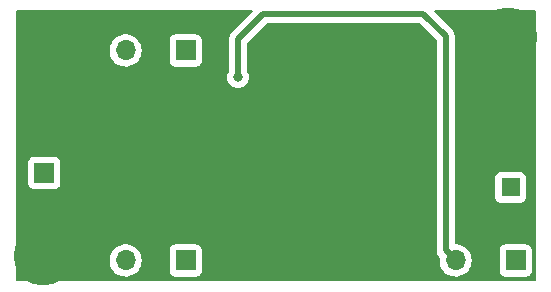
<source format=gbl>
%TF.GenerationSoftware,KiCad,Pcbnew,(6.0.8)*%
%TF.CreationDate,2022-12-06T01:44:10+01:00*%
%TF.ProjectId,Single-DCDC-Converter-Rev2,53696e67-6c65-42d4-9443-44432d436f6e,rev?*%
%TF.SameCoordinates,Original*%
%TF.FileFunction,Copper,L4,Bot*%
%TF.FilePolarity,Positive*%
%FSLAX46Y46*%
G04 Gerber Fmt 4.6, Leading zero omitted, Abs format (unit mm)*
G04 Created by KiCad (PCBNEW (6.0.8)) date 2022-12-06 01:44:10*
%MOMM*%
%LPD*%
G01*
G04 APERTURE LIST*
%TA.AperFunction,ComponentPad*%
%ADD10C,5.000000*%
%TD*%
%TA.AperFunction,ComponentPad*%
%ADD11R,1.700000X1.700000*%
%TD*%
%TA.AperFunction,ComponentPad*%
%ADD12O,1.700000X1.700000*%
%TD*%
%TA.AperFunction,ComponentPad*%
%ADD13C,0.600000*%
%TD*%
%TA.AperFunction,SMDPad,CuDef*%
%ADD14R,2.950000X4.900000*%
%TD*%
%TA.AperFunction,ComponentPad*%
%ADD15R,1.600000X1.600000*%
%TD*%
%TA.AperFunction,ComponentPad*%
%ADD16C,1.600000*%
%TD*%
%TA.AperFunction,ViaPad*%
%ADD17C,0.800000*%
%TD*%
%TA.AperFunction,Conductor*%
%ADD18C,0.500000*%
%TD*%
G04 APERTURE END LIST*
D10*
X86800000Y-60500000D03*
D11*
X86900000Y-53500000D03*
D12*
X86900000Y-56040000D03*
D11*
X98860000Y-43140000D03*
D12*
X96320000Y-43140000D03*
X93780000Y-43140000D03*
X91240000Y-43140000D03*
D13*
X106050000Y-51050000D03*
X107350000Y-48450000D03*
D14*
X106700000Y-49100000D03*
D13*
X106050000Y-49750000D03*
X107350000Y-47150000D03*
X107350000Y-49750000D03*
X106050000Y-48450000D03*
X107350000Y-51050000D03*
X106050000Y-47150000D03*
D15*
X126375000Y-54725000D03*
D16*
X122875000Y-54725000D03*
D10*
X126150000Y-42000000D03*
D11*
X98860000Y-60920000D03*
D12*
X96320000Y-60920000D03*
X93780000Y-60920000D03*
X91240000Y-60920000D03*
X121720000Y-60920000D03*
X124260000Y-60920000D03*
D11*
X126800000Y-60920000D03*
D17*
X89900000Y-58300000D03*
X89200000Y-57400000D03*
X119710200Y-55778400D03*
X91900000Y-45700000D03*
X96700000Y-45700000D03*
X91900000Y-47400000D03*
X118900000Y-42000000D03*
X117650000Y-44950000D03*
X101600000Y-46200000D03*
X115450000Y-44900000D03*
X114400000Y-43500000D03*
X99300000Y-45700000D03*
X119710200Y-56921400D03*
X96700000Y-47400000D03*
X118900000Y-43500000D03*
X114400000Y-42000000D03*
X103300000Y-45400000D03*
D18*
X119000000Y-40050000D02*
X105450000Y-40050000D01*
X120870000Y-41920000D02*
X120870000Y-60070000D01*
X103300000Y-42200000D02*
X103300000Y-45400000D01*
X120870000Y-60070000D02*
X121720000Y-60920000D01*
X119000000Y-40050000D02*
X120870000Y-41920000D01*
X105450000Y-40050000D02*
X103300000Y-42200000D01*
%TA.AperFunction,Conductor*%
G36*
X104482750Y-39728502D02*
G01*
X104529243Y-39782158D01*
X104539347Y-39852432D01*
X104509853Y-39917012D01*
X104503724Y-39923595D01*
X102811089Y-41616230D01*
X102796677Y-41628616D01*
X102785082Y-41637149D01*
X102785077Y-41637154D01*
X102779182Y-41641492D01*
X102774443Y-41647070D01*
X102774440Y-41647073D01*
X102744965Y-41681768D01*
X102738035Y-41689284D01*
X102732340Y-41694979D01*
X102730060Y-41697861D01*
X102714719Y-41717251D01*
X102711928Y-41720655D01*
X102669698Y-41770363D01*
X102664667Y-41776285D01*
X102661339Y-41782801D01*
X102657972Y-41787850D01*
X102654805Y-41792979D01*
X102650266Y-41798716D01*
X102619345Y-41864875D01*
X102617442Y-41868769D01*
X102584231Y-41933808D01*
X102582492Y-41940916D01*
X102580393Y-41946559D01*
X102578476Y-41952322D01*
X102575378Y-41958950D01*
X102573888Y-41966112D01*
X102573888Y-41966113D01*
X102560514Y-42030412D01*
X102559544Y-42034696D01*
X102542192Y-42105610D01*
X102541500Y-42116764D01*
X102541464Y-42116762D01*
X102541225Y-42120755D01*
X102540851Y-42124947D01*
X102539360Y-42132115D01*
X102539558Y-42139432D01*
X102541454Y-42209521D01*
X102541500Y-42212928D01*
X102541500Y-44863001D01*
X102524619Y-44926000D01*
X102465473Y-45028444D01*
X102406458Y-45210072D01*
X102386496Y-45400000D01*
X102406458Y-45589928D01*
X102465473Y-45771556D01*
X102560960Y-45936944D01*
X102688747Y-46078866D01*
X102843248Y-46191118D01*
X102849276Y-46193802D01*
X102849278Y-46193803D01*
X103011681Y-46266109D01*
X103017712Y-46268794D01*
X103111113Y-46288647D01*
X103198056Y-46307128D01*
X103198061Y-46307128D01*
X103204513Y-46308500D01*
X103395487Y-46308500D01*
X103401939Y-46307128D01*
X103401944Y-46307128D01*
X103488888Y-46288647D01*
X103582288Y-46268794D01*
X103588319Y-46266109D01*
X103750722Y-46193803D01*
X103750724Y-46193802D01*
X103756752Y-46191118D01*
X103911253Y-46078866D01*
X104039040Y-45936944D01*
X104134527Y-45771556D01*
X104193542Y-45589928D01*
X104213504Y-45400000D01*
X104193542Y-45210072D01*
X104134527Y-45028444D01*
X104075381Y-44926000D01*
X104058500Y-44863001D01*
X104058500Y-42566371D01*
X104078502Y-42498250D01*
X104095405Y-42477276D01*
X105727276Y-40845405D01*
X105789588Y-40811379D01*
X105816371Y-40808500D01*
X118633629Y-40808500D01*
X118701750Y-40828502D01*
X118722724Y-40845405D01*
X120074595Y-42197276D01*
X120108621Y-42259588D01*
X120111500Y-42286371D01*
X120111500Y-60002930D01*
X120110067Y-60021880D01*
X120106801Y-60043349D01*
X120107394Y-60050641D01*
X120107394Y-60050644D01*
X120111085Y-60096018D01*
X120111500Y-60106233D01*
X120111500Y-60114293D01*
X120111925Y-60117937D01*
X120114789Y-60142507D01*
X120115222Y-60146882D01*
X120121140Y-60219637D01*
X120123396Y-60226601D01*
X120124587Y-60232560D01*
X120125971Y-60238415D01*
X120126818Y-60245681D01*
X120151735Y-60314327D01*
X120153152Y-60318455D01*
X120175649Y-60387899D01*
X120179445Y-60394154D01*
X120181951Y-60399628D01*
X120184670Y-60405058D01*
X120187167Y-60411937D01*
X120191180Y-60418057D01*
X120191180Y-60418058D01*
X120227186Y-60472976D01*
X120229523Y-60476680D01*
X120267405Y-60539107D01*
X120271121Y-60543315D01*
X120271122Y-60543316D01*
X120274803Y-60547484D01*
X120274776Y-60547508D01*
X120277429Y-60550500D01*
X120280132Y-60553733D01*
X120284144Y-60559852D01*
X120336991Y-60609915D01*
X120372688Y-60671282D01*
X120375624Y-60714773D01*
X120357251Y-60886695D01*
X120357548Y-60891848D01*
X120357548Y-60891851D01*
X120363011Y-60986590D01*
X120370110Y-61109715D01*
X120371247Y-61114761D01*
X120371248Y-61114767D01*
X120391119Y-61202939D01*
X120419222Y-61327639D01*
X120503266Y-61534616D01*
X120619987Y-61725088D01*
X120766250Y-61893938D01*
X120938126Y-62036632D01*
X121131000Y-62149338D01*
X121339692Y-62229030D01*
X121344760Y-62230061D01*
X121344763Y-62230062D01*
X121452017Y-62251883D01*
X121558597Y-62273567D01*
X121563772Y-62273757D01*
X121563774Y-62273757D01*
X121776673Y-62281564D01*
X121776677Y-62281564D01*
X121781837Y-62281753D01*
X121786957Y-62281097D01*
X121786959Y-62281097D01*
X121998288Y-62254025D01*
X121998289Y-62254025D01*
X122003416Y-62253368D01*
X122008366Y-62251883D01*
X122212429Y-62190661D01*
X122212434Y-62190659D01*
X122217384Y-62189174D01*
X122417994Y-62090896D01*
X122599860Y-61961173D01*
X122743400Y-61818134D01*
X125441500Y-61818134D01*
X125448255Y-61880316D01*
X125499385Y-62016705D01*
X125586739Y-62133261D01*
X125703295Y-62220615D01*
X125839684Y-62271745D01*
X125901866Y-62278500D01*
X127698134Y-62278500D01*
X127760316Y-62271745D01*
X127896705Y-62220615D01*
X128013261Y-62133261D01*
X128100615Y-62016705D01*
X128151745Y-61880316D01*
X128158500Y-61818134D01*
X128158500Y-60021866D01*
X128151745Y-59959684D01*
X128100615Y-59823295D01*
X128013261Y-59706739D01*
X127896705Y-59619385D01*
X127760316Y-59568255D01*
X127698134Y-59561500D01*
X125901866Y-59561500D01*
X125839684Y-59568255D01*
X125703295Y-59619385D01*
X125586739Y-59706739D01*
X125499385Y-59823295D01*
X125448255Y-59959684D01*
X125441500Y-60021866D01*
X125441500Y-61818134D01*
X122743400Y-61818134D01*
X122758096Y-61803489D01*
X122817594Y-61720689D01*
X122885435Y-61626277D01*
X122888453Y-61622077D01*
X122987430Y-61421811D01*
X123052370Y-61208069D01*
X123081529Y-60986590D01*
X123083156Y-60920000D01*
X123064852Y-60697361D01*
X123010431Y-60480702D01*
X122921354Y-60275840D01*
X122814475Y-60110630D01*
X122802822Y-60092617D01*
X122802820Y-60092614D01*
X122800014Y-60088277D01*
X122649670Y-59923051D01*
X122645619Y-59919852D01*
X122645615Y-59919848D01*
X122478414Y-59787800D01*
X122478410Y-59787798D01*
X122474359Y-59784598D01*
X122278789Y-59676638D01*
X122273920Y-59674914D01*
X122273916Y-59674912D01*
X122073087Y-59603795D01*
X122073083Y-59603794D01*
X122068212Y-59602069D01*
X122063119Y-59601162D01*
X122063116Y-59601161D01*
X121853373Y-59563800D01*
X121853367Y-59563799D01*
X121848284Y-59562894D01*
X121829159Y-59562660D01*
X121752960Y-59561729D01*
X121685089Y-59540896D01*
X121639255Y-59486676D01*
X121628500Y-59435738D01*
X121628500Y-55573134D01*
X125066500Y-55573134D01*
X125073255Y-55635316D01*
X125124385Y-55771705D01*
X125211739Y-55888261D01*
X125328295Y-55975615D01*
X125464684Y-56026745D01*
X125526866Y-56033500D01*
X127223134Y-56033500D01*
X127285316Y-56026745D01*
X127421705Y-55975615D01*
X127538261Y-55888261D01*
X127625615Y-55771705D01*
X127676745Y-55635316D01*
X127683500Y-55573134D01*
X127683500Y-53876866D01*
X127676745Y-53814684D01*
X127625615Y-53678295D01*
X127538261Y-53561739D01*
X127421705Y-53474385D01*
X127285316Y-53423255D01*
X127223134Y-53416500D01*
X125526866Y-53416500D01*
X125464684Y-53423255D01*
X125328295Y-53474385D01*
X125211739Y-53561739D01*
X125124385Y-53678295D01*
X125073255Y-53814684D01*
X125066500Y-53876866D01*
X125066500Y-55573134D01*
X121628500Y-55573134D01*
X121628500Y-41987063D01*
X121629933Y-41968114D01*
X121632097Y-41953886D01*
X121633198Y-41946651D01*
X121632163Y-41933919D01*
X121628915Y-41893991D01*
X121628500Y-41883777D01*
X121628500Y-41875707D01*
X121628078Y-41872087D01*
X121628077Y-41872069D01*
X121625208Y-41847461D01*
X121624775Y-41843086D01*
X121619454Y-41777661D01*
X121619453Y-41777658D01*
X121618860Y-41770363D01*
X121616604Y-41763399D01*
X121615413Y-41757440D01*
X121614029Y-41751585D01*
X121613182Y-41744319D01*
X121588265Y-41675673D01*
X121586848Y-41671545D01*
X121566607Y-41609064D01*
X121566606Y-41609062D01*
X121564351Y-41602101D01*
X121560555Y-41595846D01*
X121558049Y-41590372D01*
X121555330Y-41584942D01*
X121552833Y-41578063D01*
X121512809Y-41517016D01*
X121510472Y-41513312D01*
X121475509Y-41455693D01*
X121475505Y-41455688D01*
X121472595Y-41450892D01*
X121465197Y-41442516D01*
X121465223Y-41442493D01*
X121462574Y-41439503D01*
X121459866Y-41436264D01*
X121455856Y-41430148D01*
X121450549Y-41425121D01*
X121450546Y-41425117D01*
X121399617Y-41376872D01*
X121397175Y-41374494D01*
X119946276Y-39923595D01*
X119912250Y-39861283D01*
X119917315Y-39790468D01*
X119959862Y-39733632D01*
X120026382Y-39708821D01*
X120035371Y-39708500D01*
X128365500Y-39708500D01*
X128433621Y-39728502D01*
X128480114Y-39782158D01*
X128491500Y-39834500D01*
X128491500Y-62565500D01*
X128471498Y-62633621D01*
X128417842Y-62680114D01*
X128365500Y-62691500D01*
X84634500Y-62691500D01*
X84566379Y-62671498D01*
X84519886Y-62617842D01*
X84508500Y-62565500D01*
X84508500Y-60886695D01*
X92417251Y-60886695D01*
X92417548Y-60891848D01*
X92417548Y-60891851D01*
X92423011Y-60986590D01*
X92430110Y-61109715D01*
X92431247Y-61114761D01*
X92431248Y-61114767D01*
X92451119Y-61202939D01*
X92479222Y-61327639D01*
X92563266Y-61534616D01*
X92679987Y-61725088D01*
X92826250Y-61893938D01*
X92998126Y-62036632D01*
X93191000Y-62149338D01*
X93399692Y-62229030D01*
X93404760Y-62230061D01*
X93404763Y-62230062D01*
X93512017Y-62251883D01*
X93618597Y-62273567D01*
X93623772Y-62273757D01*
X93623774Y-62273757D01*
X93836673Y-62281564D01*
X93836677Y-62281564D01*
X93841837Y-62281753D01*
X93846957Y-62281097D01*
X93846959Y-62281097D01*
X94058288Y-62254025D01*
X94058289Y-62254025D01*
X94063416Y-62253368D01*
X94068366Y-62251883D01*
X94272429Y-62190661D01*
X94272434Y-62190659D01*
X94277384Y-62189174D01*
X94477994Y-62090896D01*
X94659860Y-61961173D01*
X94803400Y-61818134D01*
X97501500Y-61818134D01*
X97508255Y-61880316D01*
X97559385Y-62016705D01*
X97646739Y-62133261D01*
X97763295Y-62220615D01*
X97899684Y-62271745D01*
X97961866Y-62278500D01*
X99758134Y-62278500D01*
X99820316Y-62271745D01*
X99956705Y-62220615D01*
X100073261Y-62133261D01*
X100160615Y-62016705D01*
X100211745Y-61880316D01*
X100218500Y-61818134D01*
X100218500Y-60021866D01*
X100211745Y-59959684D01*
X100160615Y-59823295D01*
X100073261Y-59706739D01*
X99956705Y-59619385D01*
X99820316Y-59568255D01*
X99758134Y-59561500D01*
X97961866Y-59561500D01*
X97899684Y-59568255D01*
X97763295Y-59619385D01*
X97646739Y-59706739D01*
X97559385Y-59823295D01*
X97508255Y-59959684D01*
X97501500Y-60021866D01*
X97501500Y-61818134D01*
X94803400Y-61818134D01*
X94818096Y-61803489D01*
X94877594Y-61720689D01*
X94945435Y-61626277D01*
X94948453Y-61622077D01*
X95047430Y-61421811D01*
X95112370Y-61208069D01*
X95141529Y-60986590D01*
X95143156Y-60920000D01*
X95124852Y-60697361D01*
X95070431Y-60480702D01*
X94981354Y-60275840D01*
X94874475Y-60110630D01*
X94862822Y-60092617D01*
X94862820Y-60092614D01*
X94860014Y-60088277D01*
X94709670Y-59923051D01*
X94705619Y-59919852D01*
X94705615Y-59919848D01*
X94538414Y-59787800D01*
X94538410Y-59787798D01*
X94534359Y-59784598D01*
X94338789Y-59676638D01*
X94333920Y-59674914D01*
X94333916Y-59674912D01*
X94133087Y-59603795D01*
X94133083Y-59603794D01*
X94128212Y-59602069D01*
X94123119Y-59601162D01*
X94123116Y-59601161D01*
X93913373Y-59563800D01*
X93913367Y-59563799D01*
X93908284Y-59562894D01*
X93834452Y-59561992D01*
X93690081Y-59560228D01*
X93690079Y-59560228D01*
X93684911Y-59560165D01*
X93464091Y-59593955D01*
X93251756Y-59663357D01*
X93053607Y-59766507D01*
X93049474Y-59769610D01*
X93049471Y-59769612D01*
X92879100Y-59897530D01*
X92874965Y-59900635D01*
X92871393Y-59904373D01*
X92777210Y-60002930D01*
X92720629Y-60062138D01*
X92717715Y-60066410D01*
X92717714Y-60066411D01*
X92665805Y-60142507D01*
X92594743Y-60246680D01*
X92579003Y-60280590D01*
X92518034Y-60411937D01*
X92500688Y-60449305D01*
X92440989Y-60664570D01*
X92417251Y-60886695D01*
X84508500Y-60886695D01*
X84508500Y-54398134D01*
X85541500Y-54398134D01*
X85548255Y-54460316D01*
X85599385Y-54596705D01*
X85686739Y-54713261D01*
X85803295Y-54800615D01*
X85939684Y-54851745D01*
X86001866Y-54858500D01*
X87798134Y-54858500D01*
X87860316Y-54851745D01*
X87996705Y-54800615D01*
X88113261Y-54713261D01*
X88200615Y-54596705D01*
X88251745Y-54460316D01*
X88258500Y-54398134D01*
X88258500Y-52601866D01*
X88251745Y-52539684D01*
X88200615Y-52403295D01*
X88113261Y-52286739D01*
X87996705Y-52199385D01*
X87860316Y-52148255D01*
X87798134Y-52141500D01*
X86001866Y-52141500D01*
X85939684Y-52148255D01*
X85803295Y-52199385D01*
X85686739Y-52286739D01*
X85599385Y-52403295D01*
X85548255Y-52539684D01*
X85541500Y-52601866D01*
X85541500Y-54398134D01*
X84508500Y-54398134D01*
X84508500Y-43106695D01*
X92417251Y-43106695D01*
X92417548Y-43111848D01*
X92417548Y-43111851D01*
X92423011Y-43206590D01*
X92430110Y-43329715D01*
X92431247Y-43334761D01*
X92431248Y-43334767D01*
X92451119Y-43422939D01*
X92479222Y-43547639D01*
X92563266Y-43754616D01*
X92679987Y-43945088D01*
X92826250Y-44113938D01*
X92998126Y-44256632D01*
X93191000Y-44369338D01*
X93399692Y-44449030D01*
X93404760Y-44450061D01*
X93404763Y-44450062D01*
X93512017Y-44471883D01*
X93618597Y-44493567D01*
X93623772Y-44493757D01*
X93623774Y-44493757D01*
X93836673Y-44501564D01*
X93836677Y-44501564D01*
X93841837Y-44501753D01*
X93846957Y-44501097D01*
X93846959Y-44501097D01*
X94058288Y-44474025D01*
X94058289Y-44474025D01*
X94063416Y-44473368D01*
X94068366Y-44471883D01*
X94272429Y-44410661D01*
X94272434Y-44410659D01*
X94277384Y-44409174D01*
X94477994Y-44310896D01*
X94659860Y-44181173D01*
X94803400Y-44038134D01*
X97501500Y-44038134D01*
X97508255Y-44100316D01*
X97559385Y-44236705D01*
X97646739Y-44353261D01*
X97763295Y-44440615D01*
X97899684Y-44491745D01*
X97961866Y-44498500D01*
X99758134Y-44498500D01*
X99820316Y-44491745D01*
X99956705Y-44440615D01*
X100073261Y-44353261D01*
X100160615Y-44236705D01*
X100211745Y-44100316D01*
X100218500Y-44038134D01*
X100218500Y-42241866D01*
X100211745Y-42179684D01*
X100160615Y-42043295D01*
X100073261Y-41926739D01*
X99956705Y-41839385D01*
X99820316Y-41788255D01*
X99758134Y-41781500D01*
X97961866Y-41781500D01*
X97899684Y-41788255D01*
X97763295Y-41839385D01*
X97646739Y-41926739D01*
X97559385Y-42043295D01*
X97508255Y-42179684D01*
X97501500Y-42241866D01*
X97501500Y-44038134D01*
X94803400Y-44038134D01*
X94818096Y-44023489D01*
X94877594Y-43940689D01*
X94945435Y-43846277D01*
X94948453Y-43842077D01*
X95047430Y-43641811D01*
X95112370Y-43428069D01*
X95141529Y-43206590D01*
X95143156Y-43140000D01*
X95124852Y-42917361D01*
X95070431Y-42700702D01*
X94981354Y-42495840D01*
X94860014Y-42308277D01*
X94709670Y-42143051D01*
X94705619Y-42139852D01*
X94705615Y-42139848D01*
X94538414Y-42007800D01*
X94538410Y-42007798D01*
X94534359Y-42004598D01*
X94338789Y-41896638D01*
X94333920Y-41894914D01*
X94333916Y-41894912D01*
X94133087Y-41823795D01*
X94133083Y-41823794D01*
X94128212Y-41822069D01*
X94123119Y-41821162D01*
X94123116Y-41821161D01*
X93913373Y-41783800D01*
X93913367Y-41783799D01*
X93908284Y-41782894D01*
X93834452Y-41781992D01*
X93690081Y-41780228D01*
X93690079Y-41780228D01*
X93684911Y-41780165D01*
X93464091Y-41813955D01*
X93251756Y-41883357D01*
X93221443Y-41899137D01*
X93088940Y-41968114D01*
X93053607Y-41986507D01*
X93049474Y-41989610D01*
X93049471Y-41989612D01*
X92879100Y-42117530D01*
X92874965Y-42120635D01*
X92720629Y-42282138D01*
X92594743Y-42466680D01*
X92500688Y-42669305D01*
X92440989Y-42884570D01*
X92417251Y-43106695D01*
X84508500Y-43106695D01*
X84508500Y-39834500D01*
X84528502Y-39766379D01*
X84582158Y-39719886D01*
X84634500Y-39708500D01*
X104414629Y-39708500D01*
X104482750Y-39728502D01*
G37*
%TD.AperFunction*%
M02*

</source>
